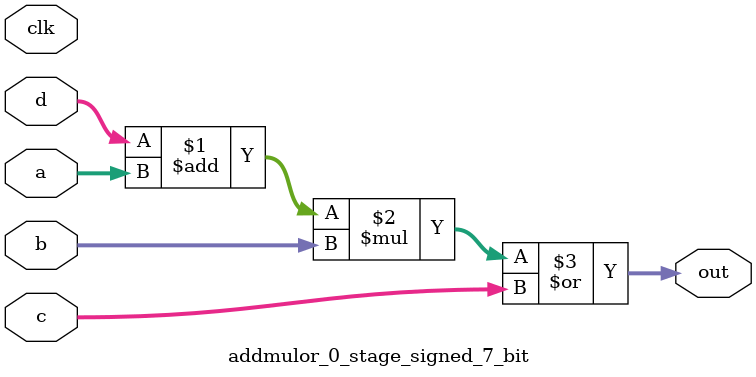
<source format=sv>
(* use_dsp = "yes" *) module addmulor_0_stage_signed_7_bit(
	input signed [6:0] a,
	input signed [6:0] b,
	input signed [6:0] c,
	input signed [6:0] d,
	output [6:0] out,
	input clk);

	assign out = ((d + a) * b) | c;
endmodule

</source>
